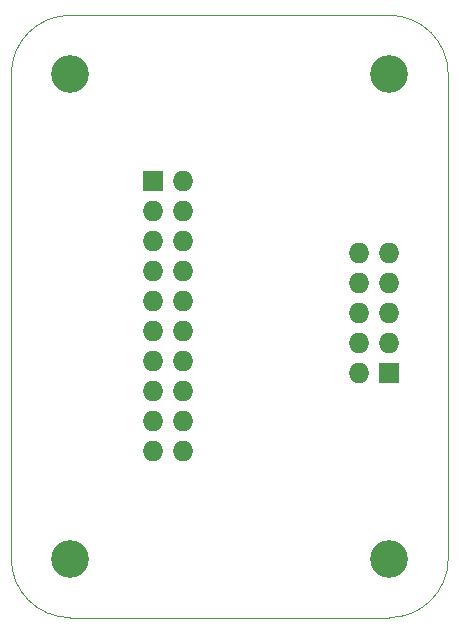
<source format=gbr>
G04 #@! TF.GenerationSoftware,KiCad,Pcbnew,5.1.5-52549c5~84~ubuntu19.10.1*
G04 #@! TF.CreationDate,2020-03-01T16:09:57+02:00*
G04 #@! TF.ProjectId,ARM-JTAG-TC2050-AVR,41524d2d-4a54-4414-972d-544332303530,v1.0*
G04 #@! TF.SameCoordinates,Original*
G04 #@! TF.FileFunction,Soldermask,Bot*
G04 #@! TF.FilePolarity,Negative*
%FSLAX46Y46*%
G04 Gerber Fmt 4.6, Leading zero omitted, Abs format (unit mm)*
G04 Created by KiCad (PCBNEW 5.1.5-52549c5~84~ubuntu19.10.1) date 2020-03-01 16:09:57*
%MOMM*%
%LPD*%
G04 APERTURE LIST*
%ADD10C,0.050000*%
%ADD11C,3.200000*%
%ADD12O,1.727200X1.727200*%
%ADD13R,1.727200X1.727200*%
G04 APERTURE END LIST*
D10*
X82000000Y-50000000D02*
G75*
G02X87000000Y-55000000I0J-5000000D01*
G01*
X87000000Y-96000000D02*
G75*
G02X82000000Y-101000000I-5000000J0D01*
G01*
X55000000Y-101000000D02*
G75*
G02X50000000Y-96000000I0J5000000D01*
G01*
X50000000Y-55000000D02*
G75*
G02X55000000Y-50000000I5000000J0D01*
G01*
X55000000Y-50000000D02*
X82000000Y-50000000D01*
X87000000Y-55000000D02*
X87000000Y-96000000D01*
X55000000Y-101000000D02*
X82000000Y-101000000D01*
X50000000Y-55000000D02*
X50000000Y-96000000D01*
D11*
X82000000Y-96000000D03*
X82000000Y-55000000D03*
X55000000Y-96000000D03*
X55000000Y-55000000D03*
D12*
X79460000Y-70100000D03*
X82000000Y-70100000D03*
X79460000Y-72640000D03*
X82000000Y-72640000D03*
X79460000Y-75180000D03*
X82000000Y-75180000D03*
X79460000Y-77720000D03*
X82000000Y-77720000D03*
X79460000Y-80260000D03*
D13*
X82000000Y-80260000D03*
D12*
X64540000Y-86860000D03*
X62000000Y-86860000D03*
X64540000Y-84320000D03*
X62000000Y-84320000D03*
X64540000Y-81780000D03*
X62000000Y-81780000D03*
X64540000Y-79240000D03*
X62000000Y-79240000D03*
X64540000Y-76700000D03*
X62000000Y-76700000D03*
X64540000Y-74160000D03*
X62000000Y-74160000D03*
X64540000Y-71620000D03*
X62000000Y-71620000D03*
X64540000Y-69080000D03*
X62000000Y-69080000D03*
X64540000Y-66540000D03*
X62000000Y-66540000D03*
X64540000Y-64000000D03*
D13*
X62000000Y-64000000D03*
M02*

</source>
